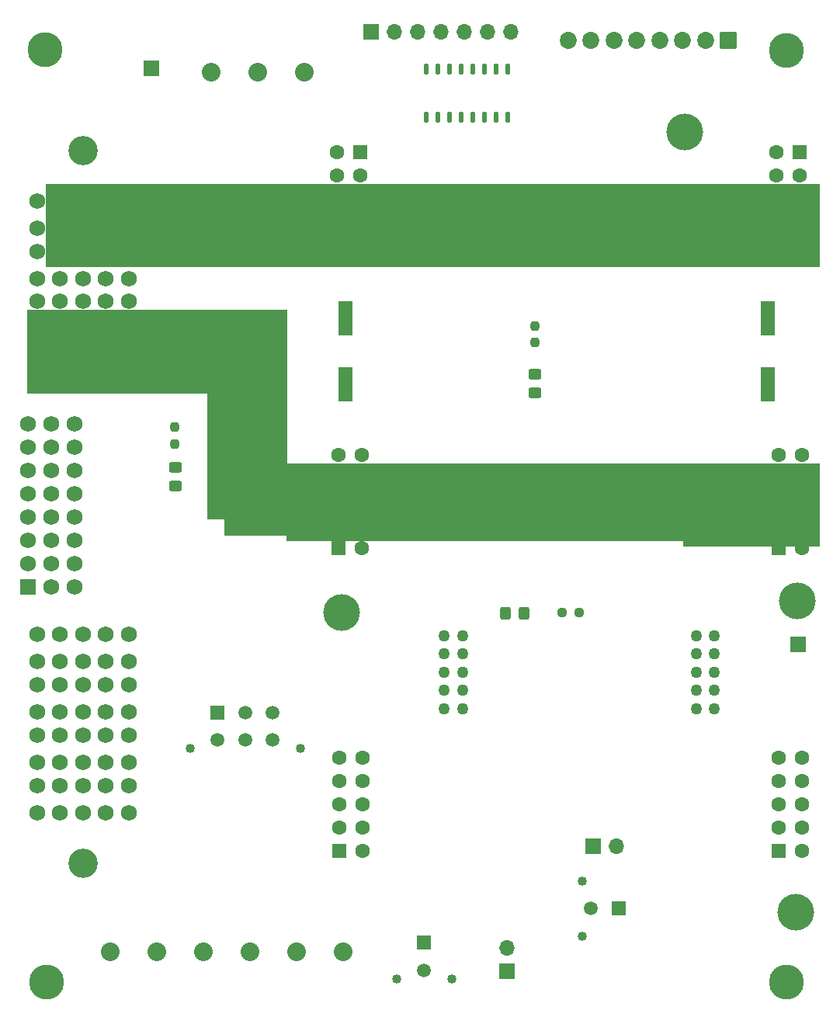
<source format=gts>
%TF.GenerationSoftware,KiCad,Pcbnew,8.0.4*%
%TF.CreationDate,2025-01-10T13:04:31-08:00*%
%TF.ProjectId,X17_Backplane,5831375f-4261-4636-9b70-6c616e652e6b,rev?*%
%TF.SameCoordinates,Original*%
%TF.FileFunction,Soldermask,Top*%
%TF.FilePolarity,Negative*%
%FSLAX46Y46*%
G04 Gerber Fmt 4.6, Leading zero omitted, Abs format (unit mm)*
G04 Created by KiCad (PCBNEW 8.0.4) date 2025-01-10 13:04:31*
%MOMM*%
%LPD*%
G01*
G04 APERTURE LIST*
G04 Aperture macros list*
%AMRoundRect*
0 Rectangle with rounded corners*
0 $1 Rounding radius*
0 $2 $3 $4 $5 $6 $7 $8 $9 X,Y pos of 4 corners*
0 Add a 4 corners polygon primitive as box body*
4,1,4,$2,$3,$4,$5,$6,$7,$8,$9,$2,$3,0*
0 Add four circle primitives for the rounded corners*
1,1,$1+$1,$2,$3*
1,1,$1+$1,$4,$5*
1,1,$1+$1,$6,$7*
1,1,$1+$1,$8,$9*
0 Add four rect primitives between the rounded corners*
20,1,$1+$1,$2,$3,$4,$5,0*
20,1,$1+$1,$4,$5,$6,$7,0*
20,1,$1+$1,$6,$7,$8,$9,0*
20,1,$1+$1,$8,$9,$2,$3,0*%
G04 Aperture macros list end*
%ADD10C,0.100000*%
%ADD11C,0.000000*%
%ADD12C,3.810000*%
%ADD13R,1.700000X1.700000*%
%ADD14O,1.700000X1.700000*%
%ADD15C,3.200000*%
%ADD16RoundRect,0.102000X-0.765000X0.765000X-0.765000X-0.765000X0.765000X-0.765000X0.765000X0.765000X0*%
%ADD17C,1.734000*%
%ADD18C,2.032000*%
%ADD19C,1.020000*%
%ADD20R,1.520000X1.520000*%
%ADD21C,1.520000*%
%ADD22RoundRect,0.237500X-0.250000X-0.237500X0.250000X-0.237500X0.250000X0.237500X-0.250000X0.237500X0*%
%ADD23C,4.000000*%
%ADD24C,1.854000*%
%ADD25RoundRect,0.102000X0.825000X0.825000X-0.825000X0.825000X-0.825000X-0.825000X0.825000X-0.825000X0*%
%ADD26RoundRect,0.250000X-0.450000X0.325000X-0.450000X-0.325000X0.450000X-0.325000X0.450000X0.325000X0*%
%ADD27R,1.498600X3.810000*%
%ADD28RoundRect,0.237500X0.237500X-0.250000X0.237500X0.250000X-0.237500X0.250000X-0.237500X-0.250000X0*%
%ADD29RoundRect,0.250000X0.325000X0.450000X-0.325000X0.450000X-0.325000X-0.450000X0.325000X-0.450000X0*%
%ADD30O,0.549999X1.250000*%
%ADD31C,1.270000*%
%ADD32C,1.594000*%
%ADD33RoundRect,0.102000X-0.695000X0.695000X-0.695000X-0.695000X0.695000X-0.695000X0.695000X0.695000X0*%
%ADD34RoundRect,0.102000X0.695000X-0.695000X0.695000X0.695000X-0.695000X0.695000X-0.695000X-0.695000X0*%
G04 APERTURE END LIST*
D10*
X123210000Y-90200000D02*
X166500000Y-90200000D01*
X166500000Y-98600000D01*
X123210000Y-98600000D01*
X123210000Y-90200000D01*
D11*
G36*
X181310000Y-68750000D02*
G01*
X96960000Y-68750000D01*
X96960000Y-59770000D01*
X181310000Y-59770000D01*
X181310000Y-68750000D01*
G37*
G36*
X123210000Y-98000000D02*
G01*
X116430000Y-98000000D01*
X116430000Y-96280000D01*
X123210000Y-96280000D01*
X123210000Y-98000000D01*
G37*
D10*
X94890000Y-73510000D02*
X123200000Y-73510000D01*
X123200000Y-82490000D01*
X94890000Y-82490000D01*
X94890000Y-73510000D01*
X166500000Y-90200000D02*
X181300000Y-90200000D01*
X181300000Y-99200000D01*
X166500000Y-99200000D01*
X166500000Y-90200000D01*
D11*
G36*
X123210000Y-96280000D02*
G01*
X114580000Y-96280000D01*
X114580000Y-82040000D01*
X123210000Y-82040000D01*
X123210000Y-96280000D01*
G37*
G36*
X166500000Y-98600000D02*
G01*
X123210000Y-98600000D01*
X123210000Y-90200000D01*
X166500000Y-90200000D01*
X166500000Y-98600000D01*
G37*
D10*
X96960000Y-59770000D02*
X181310000Y-59770000D01*
X181310000Y-68750000D01*
X96960000Y-68750000D01*
X96960000Y-59770000D01*
D11*
G36*
X123200000Y-82490000D02*
G01*
X94890000Y-82490000D01*
X94890000Y-73510000D01*
X123200000Y-73510000D01*
X123200000Y-82490000D01*
G37*
G36*
X181300000Y-99200000D02*
G01*
X166500000Y-99200000D01*
X166500000Y-90200000D01*
X181300000Y-90200000D01*
X181300000Y-99200000D01*
G37*
D10*
X114580000Y-82040000D02*
X123210000Y-82040000D01*
X123210000Y-96280000D01*
X114580000Y-96280000D01*
X114580000Y-82040000D01*
X116430000Y-96280000D02*
X123210000Y-96280000D01*
X123210000Y-98000000D01*
X116430000Y-98000000D01*
X116430000Y-96280000D01*
D12*
%TO.C,H1*%
X97000000Y-146800000D03*
%TD*%
%TO.C,H1*%
X177700000Y-146800000D03*
%TD*%
%TO.C,H1*%
X177700000Y-45200000D03*
%TD*%
%TO.C,H1*%
X96900000Y-45100000D03*
%TD*%
D13*
%TO.C,J11*%
X147200000Y-145575000D03*
D14*
X147200000Y-143035000D03*
%TD*%
D15*
%TO.C,J14*%
X101000000Y-56080000D03*
X101000000Y-133840000D03*
D16*
X95000000Y-103670000D03*
D17*
X95000000Y-101130000D03*
X95000000Y-98590000D03*
X95000000Y-96050000D03*
X95000000Y-93510000D03*
X95000000Y-90970000D03*
X95000000Y-88430000D03*
X95000000Y-85890000D03*
X97540000Y-103670000D03*
X97540000Y-101130000D03*
X97540000Y-98590000D03*
X97540000Y-96050000D03*
X97540000Y-93510000D03*
X97540000Y-90970000D03*
X97540000Y-88430000D03*
X97540000Y-85890000D03*
X100080000Y-103670000D03*
X100080000Y-101130000D03*
X100080000Y-98590000D03*
X100080000Y-96050000D03*
X100080000Y-93510000D03*
X100080000Y-90970000D03*
X100080000Y-88430000D03*
X100080000Y-85890000D03*
X106000000Y-125340000D03*
X103500000Y-125340000D03*
X101000000Y-125340000D03*
X98500000Y-125340000D03*
X96000000Y-125340000D03*
X106000000Y-128340000D03*
X103500000Y-128340000D03*
X101000000Y-128340000D03*
X98500000Y-128340000D03*
X96000000Y-128340000D03*
X106000000Y-119840000D03*
X103500000Y-119840000D03*
X101000000Y-119840000D03*
X98500000Y-119840000D03*
X96000000Y-119840000D03*
X106000000Y-122840000D03*
X103500000Y-122840000D03*
X101000000Y-122840000D03*
X98500000Y-122840000D03*
X96000000Y-122840000D03*
X106000000Y-114340000D03*
X103500000Y-114340000D03*
X101000000Y-114340000D03*
X98500000Y-114340000D03*
X96000000Y-114340000D03*
X106000000Y-117340000D03*
X103500000Y-117340000D03*
X101000000Y-117340000D03*
X98500000Y-117340000D03*
X96000000Y-117340000D03*
X106000000Y-108840000D03*
X103500000Y-108840000D03*
X101000000Y-108840000D03*
X98500000Y-108840000D03*
X96000000Y-108840000D03*
X106000000Y-111840000D03*
X103500000Y-111840000D03*
X101000000Y-111840000D03*
X98500000Y-111840000D03*
X96000000Y-111840000D03*
X106000000Y-78080000D03*
X103500000Y-78080000D03*
X101000000Y-78080000D03*
X98500000Y-78080000D03*
X96000000Y-78080000D03*
X106000000Y-81080000D03*
X103500000Y-81080000D03*
X101000000Y-81080000D03*
X98500000Y-81080000D03*
X96000000Y-81080000D03*
X106000000Y-72580000D03*
X103500000Y-72580000D03*
X101000000Y-72580000D03*
X98500000Y-72580000D03*
X96000000Y-72580000D03*
X106000000Y-75580000D03*
X103500000Y-75580000D03*
X101000000Y-75580000D03*
X98500000Y-75580000D03*
X96000000Y-75580000D03*
X106000000Y-67080000D03*
X103500000Y-67080000D03*
X101000000Y-67080000D03*
X98500000Y-67080000D03*
X96000000Y-67080000D03*
X106000000Y-70080000D03*
X103500000Y-70080000D03*
X101000000Y-70080000D03*
X98500000Y-70080000D03*
X96000000Y-70080000D03*
X106000000Y-61580000D03*
X103500000Y-61580000D03*
X101000000Y-61580000D03*
X98500000Y-61580000D03*
X96000000Y-61580000D03*
X106000000Y-64580000D03*
X103500000Y-64580000D03*
X101000000Y-64580000D03*
X98500000Y-64580000D03*
X96000000Y-64580000D03*
%TD*%
D18*
%TO.C,U4*%
X114970000Y-47550000D03*
X120050000Y-47550000D03*
X125130000Y-47550000D03*
%TD*%
D19*
%TO.C,J8*%
X124699979Y-121340000D03*
X112700003Y-121340000D03*
D20*
X115700002Y-117400000D03*
D21*
X118700001Y-117400000D03*
X121700000Y-117400000D03*
X115700002Y-120399999D03*
X118700001Y-120399999D03*
X121700000Y-120399999D03*
%TD*%
D22*
%TO.C,R6*%
X153255000Y-106470000D03*
X155080000Y-106470000D03*
%TD*%
D13*
%TO.C,J6*%
X156625000Y-132000000D03*
D14*
X159165000Y-132000000D03*
%TD*%
D13*
%TO.C,J5*%
X108450000Y-47100000D03*
%TD*%
D19*
%TO.C,J18*%
X155475000Y-141760341D03*
X155475000Y-135760353D03*
D20*
X159415000Y-138760352D03*
D21*
X156415001Y-138760352D03*
%TD*%
D23*
%TO.C,J9*%
X166600000Y-54100000D03*
%TD*%
D24*
%TO.C,U3*%
X153900000Y-44100000D03*
X156400000Y-44100000D03*
X158900000Y-44100000D03*
X161400000Y-44100000D03*
X163900000Y-44100000D03*
X166400000Y-44100000D03*
X168900000Y-44100000D03*
D25*
X171400000Y-44100000D03*
%TD*%
D26*
%TO.C,D1*%
X150275000Y-80475000D03*
X150275000Y-82525000D03*
%TD*%
D27*
%TO.C,C1*%
X175700000Y-81606800D03*
X175700000Y-74393200D03*
%TD*%
D26*
%TO.C,D4*%
X111050000Y-90675000D03*
X111050000Y-92725000D03*
%TD*%
D28*
%TO.C,R5*%
X150275000Y-77062500D03*
X150275000Y-75237500D03*
%TD*%
D14*
%TO.C,J4*%
X147675000Y-43175001D03*
X145135000Y-43175001D03*
X142595000Y-43175001D03*
X140055000Y-43175001D03*
X137515000Y-43175001D03*
X134975000Y-43175001D03*
D13*
X132435000Y-43175001D03*
%TD*%
D27*
%TO.C,C2*%
X129600000Y-81606800D03*
X129600000Y-74393200D03*
%TD*%
D29*
%TO.C,D2*%
X149092500Y-106570000D03*
X147042500Y-106570000D03*
%TD*%
D18*
%TO.C,U1*%
X103933400Y-143500000D03*
X109013400Y-143500000D03*
X114093400Y-143500000D03*
X119173400Y-143500000D03*
X124253400Y-143500000D03*
X129333400Y-143500000D03*
%TD*%
D30*
%TO.C,U2*%
X147300000Y-52500000D03*
X146030000Y-52500000D03*
X144760000Y-52500000D03*
X143490000Y-52500000D03*
X142220000Y-52500000D03*
X140950000Y-52500000D03*
X139680000Y-52500000D03*
X138410000Y-52500000D03*
X138410000Y-47250000D03*
X139680000Y-47250000D03*
X140950000Y-47250000D03*
X142220000Y-47250000D03*
X143490000Y-47250000D03*
X144760000Y-47250000D03*
X146030000Y-47250000D03*
X147300000Y-47250000D03*
%TD*%
D31*
%TO.C,J19*%
X142400000Y-109000001D03*
X140399999Y-109000001D03*
X142400000Y-111000000D03*
X140399999Y-111000000D03*
X142400000Y-113000001D03*
X140399999Y-113000001D03*
X142400000Y-115000002D03*
X140399999Y-115000002D03*
X142400000Y-117000000D03*
X140399999Y-117000000D03*
X169870901Y-109000001D03*
X167870900Y-109000001D03*
X169870901Y-111000000D03*
X167870900Y-111000000D03*
X169870901Y-113000001D03*
X167870900Y-113000001D03*
X169870901Y-115000002D03*
X167870900Y-115000002D03*
X169870901Y-117000000D03*
X167870900Y-117000000D03*
%TD*%
D23*
%TO.C,J15*%
X129200000Y-106500000D03*
%TD*%
%TO.C,J7*%
X178900000Y-105200000D03*
%TD*%
D32*
%TO.C,J3*%
X179425000Y-89320000D03*
X176885000Y-89320000D03*
X179425000Y-91860000D03*
X176885000Y-91860000D03*
X179425000Y-94400000D03*
X176885000Y-94400000D03*
X179425000Y-96940000D03*
X176885000Y-96940000D03*
X179425000Y-99480000D03*
D33*
X176885000Y-99480000D03*
D32*
X179450000Y-129980000D03*
X179450000Y-132520000D03*
D33*
X176910000Y-132520000D03*
D34*
X179200000Y-56320000D03*
D32*
X176660000Y-56320000D03*
X179200000Y-58860000D03*
X176660000Y-58860000D03*
X179200000Y-61400000D03*
X176660000Y-61400000D03*
X179200000Y-63940000D03*
X176660000Y-63940000D03*
X179200000Y-66480000D03*
X176660000Y-66480000D03*
X176910000Y-129980000D03*
X179450000Y-127440000D03*
X176910000Y-127440000D03*
X179450000Y-124900000D03*
X176910000Y-124900000D03*
X179450000Y-122360000D03*
X176910000Y-122360000D03*
%TD*%
D23*
%TO.C,J16*%
X178700000Y-139200000D03*
%TD*%
D32*
%TO.C,J2*%
X131425000Y-89320000D03*
X128885000Y-89320000D03*
X131425000Y-91860000D03*
X128885000Y-91860000D03*
X131425000Y-94400000D03*
X128885000Y-94400000D03*
X131425000Y-96940000D03*
X128885000Y-96940000D03*
X131425000Y-99480000D03*
D33*
X128885000Y-99480000D03*
D32*
X131450000Y-129980000D03*
X131450000Y-132520000D03*
D33*
X128910000Y-132520000D03*
D34*
X131200000Y-56320000D03*
D32*
X128660000Y-56320000D03*
X131200000Y-58860000D03*
X128660000Y-58860000D03*
X131200000Y-61400000D03*
X128660000Y-61400000D03*
X131200000Y-63940000D03*
X128660000Y-63940000D03*
X131200000Y-66480000D03*
X128660000Y-66480000D03*
X128910000Y-129980000D03*
X131450000Y-127440000D03*
X128910000Y-127440000D03*
X131450000Y-124900000D03*
X128910000Y-124900000D03*
X131450000Y-122360000D03*
X128910000Y-122360000D03*
%TD*%
D19*
%TO.C,J1*%
X141199989Y-146440000D03*
X135200001Y-146440000D03*
D20*
X138200000Y-142500000D03*
D21*
X138200000Y-145499999D03*
%TD*%
D13*
%TO.C,J10*%
X179000000Y-110000000D03*
%TD*%
D28*
%TO.C,R8*%
X111000000Y-88112500D03*
X111000000Y-86287500D03*
%TD*%
M02*

</source>
